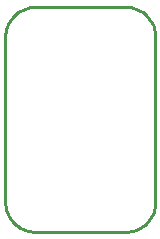
<source format=gbr>
G04 EAGLE Gerber RS-274X export*
G75*
%MOMM*%
%FSLAX34Y34*%
%LPD*%
%IN*%
%IPPOS*%
%AMOC8*
5,1,8,0,0,1.08239X$1,22.5*%
G01*
%ADD10C,0.254000*%


D10*
X0Y25400D02*
X97Y23186D01*
X386Y20989D01*
X865Y18826D01*
X1532Y16713D01*
X2380Y14666D01*
X3403Y12700D01*
X4594Y10831D01*
X5942Y9073D01*
X7440Y7440D01*
X9073Y5942D01*
X10831Y4594D01*
X12700Y3403D01*
X14666Y2380D01*
X16713Y1532D01*
X18826Y865D01*
X20989Y386D01*
X23186Y97D01*
X25400Y0D01*
X101600Y0D01*
X103814Y97D01*
X106011Y386D01*
X108174Y865D01*
X110287Y1532D01*
X112335Y2380D01*
X114300Y3403D01*
X116169Y4594D01*
X117927Y5942D01*
X119561Y7440D01*
X121058Y9073D01*
X122406Y10831D01*
X123597Y12700D01*
X124620Y14666D01*
X125468Y16713D01*
X126135Y18826D01*
X126614Y20989D01*
X126903Y23186D01*
X127000Y25400D01*
X127000Y165100D01*
X126903Y167314D01*
X126614Y169511D01*
X126135Y171674D01*
X125468Y173787D01*
X124620Y175835D01*
X123597Y177800D01*
X122406Y179669D01*
X121058Y181427D01*
X119561Y183061D01*
X117927Y184558D01*
X116169Y185906D01*
X114300Y187097D01*
X112335Y188120D01*
X110287Y188968D01*
X108174Y189635D01*
X106011Y190114D01*
X103814Y190403D01*
X101600Y190500D01*
X25400Y190500D01*
X23186Y190403D01*
X20989Y190114D01*
X18826Y189635D01*
X16713Y188968D01*
X14666Y188120D01*
X12700Y187097D01*
X10831Y185906D01*
X9073Y184558D01*
X7440Y183061D01*
X5942Y181427D01*
X4594Y179669D01*
X3403Y177800D01*
X2380Y175835D01*
X1532Y173787D01*
X865Y171674D01*
X386Y169511D01*
X97Y167314D01*
X0Y165100D01*
X0Y25400D01*
M02*

</source>
